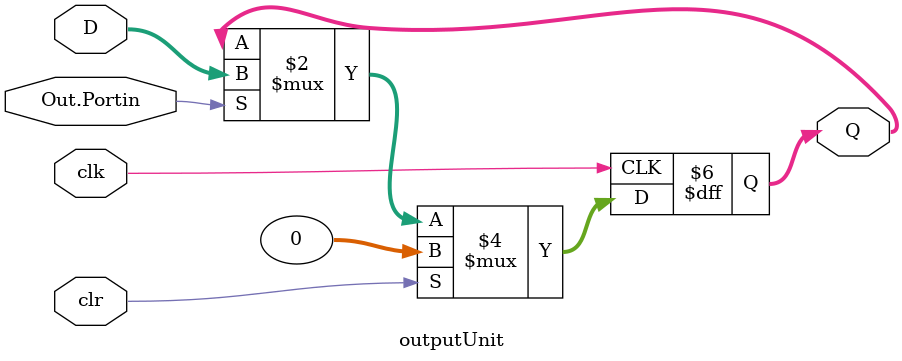
<source format=v>
module outputUnit(input wire clr,clk,Out.Portin,input wire [31:0] D,output reg [31:0] Q);

always @(posedge clk) begin
    if(Out.Portin)begin
        Q<=D;
    end
    if(clr)begin
    Q<=0;
    end
end
endmodule
</source>
